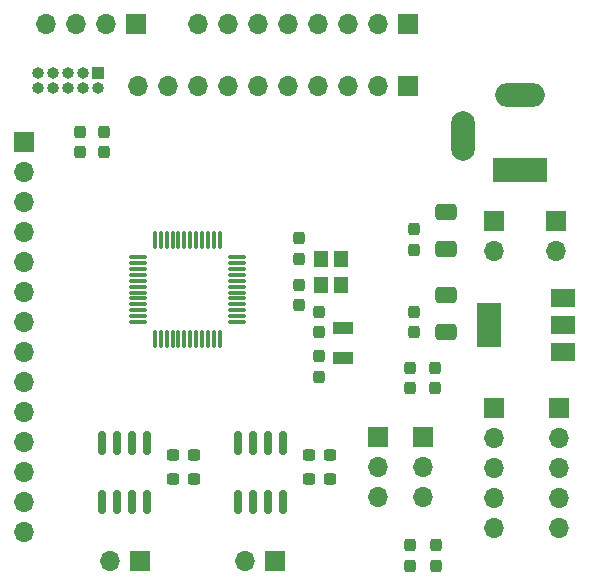
<source format=gts>
%TF.GenerationSoftware,KiCad,Pcbnew,(5.99.0-12896-g1860893d63)*%
%TF.CreationDate,2021-11-27T00:19:14+08:00*%
%TF.ProjectId,GD32_SPINE,47443332-5f53-4504-994e-452e6b696361,rev?*%
%TF.SameCoordinates,Original*%
%TF.FileFunction,Soldermask,Top*%
%TF.FilePolarity,Negative*%
%FSLAX46Y46*%
G04 Gerber Fmt 4.6, Leading zero omitted, Abs format (unit mm)*
G04 Created by KiCad (PCBNEW (5.99.0-12896-g1860893d63)) date 2021-11-27 00:19:14*
%MOMM*%
%LPD*%
G01*
G04 APERTURE LIST*
G04 Aperture macros list*
%AMRoundRect*
0 Rectangle with rounded corners*
0 $1 Rounding radius*
0 $2 $3 $4 $5 $6 $7 $8 $9 X,Y pos of 4 corners*
0 Add a 4 corners polygon primitive as box body*
4,1,4,$2,$3,$4,$5,$6,$7,$8,$9,$2,$3,0*
0 Add four circle primitives for the rounded corners*
1,1,$1+$1,$2,$3*
1,1,$1+$1,$4,$5*
1,1,$1+$1,$6,$7*
1,1,$1+$1,$8,$9*
0 Add four rect primitives between the rounded corners*
20,1,$1+$1,$2,$3,$4,$5,0*
20,1,$1+$1,$4,$5,$6,$7,0*
20,1,$1+$1,$6,$7,$8,$9,0*
20,1,$1+$1,$8,$9,$2,$3,0*%
G04 Aperture macros list end*
%ADD10R,1.700000X1.700000*%
%ADD11O,1.700000X1.700000*%
%ADD12RoundRect,0.237500X-0.237500X0.300000X-0.237500X-0.300000X0.237500X-0.300000X0.237500X0.300000X0*%
%ADD13RoundRect,0.237500X0.237500X-0.300000X0.237500X0.300000X-0.237500X0.300000X-0.237500X-0.300000X0*%
%ADD14R,1.000000X1.000000*%
%ADD15O,1.000000X1.000000*%
%ADD16RoundRect,0.250000X0.650000X-0.412500X0.650000X0.412500X-0.650000X0.412500X-0.650000X-0.412500X0*%
%ADD17RoundRect,0.150000X-0.150000X0.825000X-0.150000X-0.825000X0.150000X-0.825000X0.150000X0.825000X0*%
%ADD18RoundRect,0.237500X0.300000X0.237500X-0.300000X0.237500X-0.300000X-0.237500X0.300000X-0.237500X0*%
%ADD19R,1.200000X1.400000*%
%ADD20R,2.000000X1.500000*%
%ADD21R,2.000000X3.800000*%
%ADD22RoundRect,0.075000X0.662500X0.075000X-0.662500X0.075000X-0.662500X-0.075000X0.662500X-0.075000X0*%
%ADD23RoundRect,0.075000X0.075000X0.662500X-0.075000X0.662500X-0.075000X-0.662500X0.075000X-0.662500X0*%
%ADD24R,1.800000X1.000000*%
%ADD25R,4.600000X2.000000*%
%ADD26O,4.200000X2.000000*%
%ADD27O,2.000000X4.200000*%
G04 APERTURE END LIST*
D10*
%TO.C,J9*%
X141750000Y-84500000D03*
D11*
X141750000Y-87040000D03*
X141750000Y-89580000D03*
X141750000Y-92120000D03*
X141750000Y-94660000D03*
%TD*%
D12*
%TO.C,R5*%
X136800000Y-81137500D03*
X136800000Y-82862500D03*
%TD*%
D10*
%TO.C,J6*%
X134500000Y-57250000D03*
D11*
X131960000Y-57250000D03*
X129420000Y-57250000D03*
X126880000Y-57250000D03*
X124340000Y-57250000D03*
X121800000Y-57250000D03*
X119260000Y-57250000D03*
X116720000Y-57250000D03*
X114180000Y-57250000D03*
X111640000Y-57250000D03*
%TD*%
D13*
%TO.C,C1*%
X125250000Y-75812500D03*
X125250000Y-74087500D03*
%TD*%
D12*
%TO.C,R3*%
X134700000Y-81137500D03*
X134700000Y-82862500D03*
%TD*%
D13*
%TO.C,R7*%
X108750000Y-62862500D03*
X108750000Y-61137500D03*
%TD*%
D10*
%TO.C,J5*%
X135750000Y-86960000D03*
D11*
X135750000Y-89500000D03*
X135750000Y-92040000D03*
%TD*%
D14*
%TO.C,J13*%
X108300000Y-56200000D03*
D15*
X108300000Y-57470000D03*
X107030000Y-56200000D03*
X107030000Y-57470000D03*
X105760000Y-56200000D03*
X105760000Y-57470000D03*
X104490000Y-56200000D03*
X104490000Y-57470000D03*
X103220000Y-56200000D03*
X103220000Y-57470000D03*
%TD*%
D13*
%TO.C,C6*%
X135000000Y-71112500D03*
X135000000Y-69387500D03*
%TD*%
D16*
%TO.C,C5*%
X137750000Y-71062500D03*
X137750000Y-67937500D03*
%TD*%
D10*
%TO.C,J14*%
X111775000Y-97500000D03*
D11*
X109235000Y-97500000D03*
%TD*%
D13*
%TO.C,R4*%
X134700000Y-97872500D03*
X134700000Y-96147500D03*
%TD*%
D12*
%TO.C,C9*%
X106750000Y-61137500D03*
X106750000Y-62862500D03*
%TD*%
D17*
%TO.C,U3*%
X123905000Y-87525000D03*
X122635000Y-87525000D03*
X121365000Y-87525000D03*
X120095000Y-87525000D03*
X120095000Y-92475000D03*
X121365000Y-92475000D03*
X122635000Y-92475000D03*
X123905000Y-92475000D03*
%TD*%
D13*
%TO.C,C3*%
X127000000Y-81862500D03*
X127000000Y-80137500D03*
%TD*%
D18*
%TO.C,R9*%
X127862500Y-90500000D03*
X126137500Y-90500000D03*
%TD*%
D10*
%TO.C,J11*%
X141750000Y-68725000D03*
D11*
X141750000Y-71265000D03*
%TD*%
D17*
%TO.C,U4*%
X112405000Y-87525000D03*
X111135000Y-87525000D03*
X109865000Y-87525000D03*
X108595000Y-87525000D03*
X108595000Y-92475000D03*
X109865000Y-92475000D03*
X111135000Y-92475000D03*
X112405000Y-92475000D03*
%TD*%
D19*
%TO.C,Y1*%
X127150000Y-71900000D03*
X127150000Y-74100000D03*
X128850000Y-74100000D03*
X128850000Y-71900000D03*
%TD*%
D10*
%TO.C,J12*%
X147000000Y-68725000D03*
D11*
X147000000Y-71265000D03*
%TD*%
D10*
%TO.C,J3*%
X111500000Y-52000000D03*
D11*
X108960000Y-52000000D03*
X106420000Y-52000000D03*
X103880000Y-52000000D03*
%TD*%
D18*
%TO.C,R1*%
X116362500Y-88500000D03*
X114637500Y-88500000D03*
%TD*%
D20*
%TO.C,U2*%
X147650000Y-79800000D03*
D21*
X141350000Y-77500000D03*
D20*
X147650000Y-77500000D03*
X147650000Y-75200000D03*
%TD*%
D13*
%TO.C,C8*%
X135000000Y-78112500D03*
X135000000Y-76387500D03*
%TD*%
D16*
%TO.C,C7*%
X137700000Y-78062500D03*
X137700000Y-74937500D03*
%TD*%
D22*
%TO.C,U1*%
X119986500Y-77250000D03*
X119986500Y-76750000D03*
X119986500Y-76250000D03*
X119986500Y-75750000D03*
X119986500Y-75250000D03*
X119986500Y-74750000D03*
X119986500Y-74250000D03*
X119986500Y-73750000D03*
X119986500Y-73250000D03*
X119986500Y-72750000D03*
X119986500Y-72250000D03*
X119986500Y-71750000D03*
D23*
X118574000Y-70337500D03*
X118074000Y-70337500D03*
X117574000Y-70337500D03*
X117074000Y-70337500D03*
X116574000Y-70337500D03*
X116074000Y-70337500D03*
X115574000Y-70337500D03*
X115074000Y-70337500D03*
X114574000Y-70337500D03*
X114074000Y-70337500D03*
X113574000Y-70337500D03*
X113074000Y-70337500D03*
D22*
X111661500Y-71750000D03*
X111661500Y-72250000D03*
X111661500Y-72750000D03*
X111661500Y-73250000D03*
X111661500Y-73750000D03*
X111661500Y-74250000D03*
X111661500Y-74750000D03*
X111661500Y-75250000D03*
X111661500Y-75750000D03*
X111661500Y-76250000D03*
X111661500Y-76750000D03*
X111661500Y-77250000D03*
D23*
X113074000Y-78662500D03*
X113574000Y-78662500D03*
X114074000Y-78662500D03*
X114574000Y-78662500D03*
X115074000Y-78662500D03*
X115574000Y-78662500D03*
X116074000Y-78662500D03*
X116574000Y-78662500D03*
X117074000Y-78662500D03*
X117574000Y-78662500D03*
X118074000Y-78662500D03*
X118574000Y-78662500D03*
%TD*%
D10*
%TO.C,J10*%
X147320000Y-84500000D03*
D11*
X147320000Y-87040000D03*
X147320000Y-89580000D03*
X147320000Y-92120000D03*
X147320000Y-94660000D03*
%TD*%
D12*
%TO.C,C4*%
X127000000Y-76387500D03*
X127000000Y-78112500D03*
%TD*%
D13*
%TO.C,R6*%
X136900000Y-97872500D03*
X136900000Y-96147500D03*
%TD*%
D24*
%TO.C,Y2*%
X129000000Y-77750000D03*
X129000000Y-80250000D03*
%TD*%
D12*
%TO.C,C2*%
X125250000Y-70162500D03*
X125250000Y-71887500D03*
%TD*%
D18*
%TO.C,R2*%
X116362500Y-90500000D03*
X114637500Y-90500000D03*
%TD*%
D10*
%TO.C,J4*%
X132000000Y-86960000D03*
D11*
X132000000Y-89500000D03*
X132000000Y-92040000D03*
%TD*%
D25*
%TO.C,J1*%
X144000000Y-64350000D03*
D26*
X144000000Y-58050000D03*
D27*
X139200000Y-61450000D03*
%TD*%
D10*
%TO.C,J8*%
X102000000Y-62000000D03*
D11*
X102000000Y-64540000D03*
X102000000Y-67080000D03*
X102000000Y-69620000D03*
X102000000Y-72160000D03*
X102000000Y-74700000D03*
X102000000Y-77240000D03*
X102000000Y-79780000D03*
X102000000Y-82320000D03*
X102000000Y-84860000D03*
X102000000Y-87400000D03*
X102000000Y-89940000D03*
X102000000Y-92480000D03*
X102000000Y-95020000D03*
%TD*%
D18*
%TO.C,R8*%
X127862500Y-88500000D03*
X126137500Y-88500000D03*
%TD*%
D10*
%TO.C,J2*%
X134500000Y-52000000D03*
D11*
X131960000Y-52000000D03*
X129420000Y-52000000D03*
X126880000Y-52000000D03*
X124340000Y-52000000D03*
X121800000Y-52000000D03*
X119260000Y-52000000D03*
X116720000Y-52000000D03*
%TD*%
D10*
%TO.C,J7*%
X123275000Y-97500000D03*
D11*
X120735000Y-97500000D03*
%TD*%
M02*

</source>
